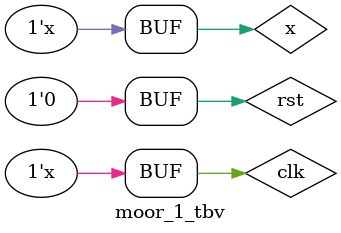
<source format=v>
`timescale 1ns / 1ps

module moor_1_tbv;
reg clk, rst, x;
wire [3:0] seq;
wire z;

moor_1 u_moor_1 (
.clk(clk), .rst(rst), .x(x),
.seq(seq), .z(z) );

initial begin 
    clk = 1'b0;
    rst = 1'b0;
    x = 1'b0;
end
always clk = #10 ~clk;
always x = #16 ~x;
initial rst <= #800 ~rst;
endmodule

</source>
